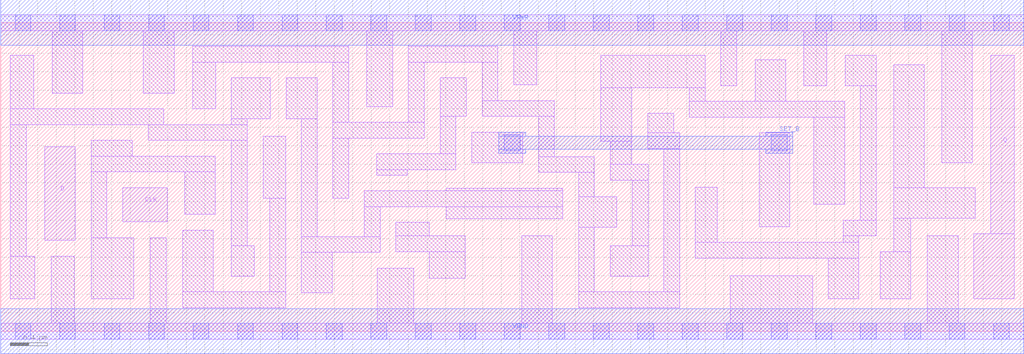
<source format=lef>
# Copyright 2020 The SkyWater PDK Authors
#
# Licensed under the Apache License, Version 2.0 (the "License");
# you may not use this file except in compliance with the License.
# You may obtain a copy of the License at
#
#     https://www.apache.org/licenses/LICENSE-2.0
#
# Unless required by applicable law or agreed to in writing, software
# distributed under the License is distributed on an "AS IS" BASIS,
# WITHOUT WARRANTIES OR CONDITIONS OF ANY KIND, either express or implied.
# See the License for the specific language governing permissions and
# limitations under the License.
#
# SPDX-License-Identifier: Apache-2.0

VERSION 5.5 ;
NAMESCASESENSITIVE ON ;
BUSBITCHARS "[]" ;
DIVIDERCHAR "/" ;
MACRO sky130_fd_sc_ls__dfstp_1
  CLASS CORE ;
  SOURCE USER ;
  ORIGIN  0.000000  0.000000 ;
  SIZE  11.04000 BY  3.330000 ;
  SYMMETRY X Y ;
  SITE unit ;
  PIN D
    ANTENNAGATEAREA  0.126000 ;
    DIRECTION INPUT ;
    USE SIGNAL ;
    PORT
      LAYER li1 ;
        RECT 0.475000 0.980000 0.805000 1.990000 ;
    END
  END D
  PIN Q
    ANTENNADIFFAREA  0.530100 ;
    DIRECTION OUTPUT ;
    USE SIGNAL ;
    PORT
      LAYER li1 ;
        RECT 10.500000 0.350000 10.935000 1.050000 ;
        RECT 10.685000 1.050000 10.935000 2.980000 ;
    END
  END Q
  PIN SET_B
    ANTENNAPARTIALMETALSIDEAREA  2.205000 ;
    DIRECTION INPUT ;
    USE SIGNAL ;
    PORT
      LAYER met1 ;
        RECT 5.375000 1.920000 5.665000 1.965000 ;
        RECT 5.375000 1.965000 8.545000 2.105000 ;
        RECT 5.375000 2.105000 5.665000 2.150000 ;
        RECT 8.255000 1.920000 8.545000 1.965000 ;
        RECT 8.255000 2.105000 8.545000 2.150000 ;
    END
  END SET_B
  PIN CLK
    ANTENNAGATEAREA  0.279000 ;
    DIRECTION INPUT ;
    USE CLOCK ;
    PORT
      LAYER li1 ;
        RECT 1.315000 1.180000 1.795000 1.550000 ;
    END
  END CLK
  PIN VGND
    DIRECTION INOUT ;
    SHAPE ABUTMENT ;
    USE GROUND ;
    PORT
      LAYER met1 ;
        RECT 0.000000 -0.245000 11.040000 0.245000 ;
    END
  END VGND
  PIN VPWR
    DIRECTION INOUT ;
    SHAPE ABUTMENT ;
    USE POWER ;
    PORT
      LAYER met1 ;
        RECT 0.000000 3.085000 11.040000 3.575000 ;
    END
  END VPWR
  OBS
    LAYER li1 ;
      RECT  0.000000 -0.085000 11.040000 0.085000 ;
      RECT  0.000000  3.245000 11.040000 3.415000 ;
      RECT  0.105000  0.350000  0.365000 0.810000 ;
      RECT  0.105000  0.810000  0.275000 2.230000 ;
      RECT  0.105000  2.230000  1.760000 2.400000 ;
      RECT  0.105000  2.400000  0.355000 2.980000 ;
      RECT  0.545000  0.085000  0.795000 0.810000 ;
      RECT  0.555000  2.570000  0.885000 3.245000 ;
      RECT  0.975000  0.350000  1.435000 1.010000 ;
      RECT  0.975000  1.010000  1.145000 1.720000 ;
      RECT  0.975000  1.720000  2.315000 1.890000 ;
      RECT  0.975000  1.890000  1.420000 2.060000 ;
      RECT  1.540000  2.570000  1.870000 3.245000 ;
      RECT  1.590000  2.060000  2.660000 2.230000 ;
      RECT  1.615000  0.085000  1.785000 1.010000 ;
      RECT  1.965000  0.255000  3.075000 0.425000 ;
      RECT  1.965000  0.425000  2.295000 1.090000 ;
      RECT  1.985000  1.260000  2.315000 1.720000 ;
      RECT  2.070000  2.400000  2.320000 2.905000 ;
      RECT  2.070000  2.905000  3.755000 3.075000 ;
      RECT  2.485000  0.595000  2.735000 0.925000 ;
      RECT  2.485000  0.925000  2.660000 2.060000 ;
      RECT  2.490000  2.230000  2.660000 2.295000 ;
      RECT  2.490000  2.295000  2.910000 2.735000 ;
      RECT  2.830000  1.435000  3.075000 2.105000 ;
      RECT  2.905000  0.425000  3.075000 1.435000 ;
      RECT  3.080000  2.295000  3.415000 2.735000 ;
      RECT  3.245000  0.415000  3.575000 0.850000 ;
      RECT  3.245000  0.850000  4.095000 1.020000 ;
      RECT  3.245000  1.020000  3.415000 2.295000 ;
      RECT  3.585000  1.435000  3.755000 2.085000 ;
      RECT  3.585000  2.085000  4.570000 2.255000 ;
      RECT  3.585000  2.255000  3.755000 2.905000 ;
      RECT  3.925000  1.020000  4.095000 1.345000 ;
      RECT  3.925000  1.345000  6.065000 1.515000 ;
      RECT  3.950000  2.425000  4.230000 3.245000 ;
      RECT  4.055000  1.685000  4.385000 1.745000 ;
      RECT  4.055000  1.745000  4.910000 1.915000 ;
      RECT  4.065000  0.085000  4.455000 0.680000 ;
      RECT  4.265000  0.860000  5.010000 1.030000 ;
      RECT  4.265000  1.030000  4.625000 1.175000 ;
      RECT  4.400000  2.255000  4.570000 2.905000 ;
      RECT  4.400000  2.905000  5.365000 3.075000 ;
      RECT  4.625000  0.570000  5.010000 0.860000 ;
      RECT  4.740000  1.915000  4.910000 2.320000 ;
      RECT  4.740000  2.320000  5.025000 2.735000 ;
      RECT  4.805000  1.215000  6.065000 1.345000 ;
      RECT  4.805000  1.515000  6.065000 1.545000 ;
      RECT  5.080000  1.820000  5.635000 2.150000 ;
      RECT  5.195000  2.320000  5.975000 2.490000 ;
      RECT  5.195000  2.490000  5.365000 2.905000 ;
      RECT  5.535000  2.660000  5.785000 3.245000 ;
      RECT  5.620000  0.085000  5.950000 1.030000 ;
      RECT  5.805000  1.715000  6.405000 1.885000 ;
      RECT  5.805000  1.885000  5.975000 2.320000 ;
      RECT  6.235000  0.255000  7.325000 0.425000 ;
      RECT  6.235000  0.425000  6.405000 1.120000 ;
      RECT  6.235000  1.120000  6.645000 1.450000 ;
      RECT  6.235000  1.450000  6.405000 1.715000 ;
      RECT  6.475000  2.050000  6.810000 2.625000 ;
      RECT  6.475000  2.625000  7.600000 2.980000 ;
      RECT  6.575000  0.595000  6.985000 0.925000 ;
      RECT  6.575000  1.630000  6.985000 1.800000 ;
      RECT  6.575000  1.800000  6.810000 2.050000 ;
      RECT  6.815000  0.925000  6.985000 1.630000 ;
      RECT  6.980000  1.970000  7.325000 2.140000 ;
      RECT  6.980000  2.140000  7.260000 2.355000 ;
      RECT  7.155000  0.425000  7.325000 1.970000 ;
      RECT  7.430000  2.310000  9.105000 2.480000 ;
      RECT  7.430000  2.480000  7.600000 2.625000 ;
      RECT  7.495000  0.790000  9.260000 0.960000 ;
      RECT  7.495000  0.960000  7.730000 1.555000 ;
      RECT  7.770000  2.650000  7.940000 3.245000 ;
      RECT  7.870000  0.085000  8.760000 0.600000 ;
      RECT  8.140000  2.480000  8.470000 2.930000 ;
      RECT  8.185000  1.130000  8.515000 2.140000 ;
      RECT  8.665000  2.650000  8.915000 3.245000 ;
      RECT  8.775000  1.370000  9.105000 2.310000 ;
      RECT  8.930000  0.350000  9.260000 0.790000 ;
      RECT  9.090000  0.960000  9.260000 1.030000 ;
      RECT  9.090000  1.030000  9.445000 1.200000 ;
      RECT  9.115000  2.650000  9.445000 2.980000 ;
      RECT  9.275000  1.200000  9.445000 2.650000 ;
      RECT  9.490000  0.350000  9.820000 0.860000 ;
      RECT  9.635000  0.860000  9.820000 1.220000 ;
      RECT  9.635000  1.220000 10.515000 1.550000 ;
      RECT  9.635000  1.550000  9.965000 2.875000 ;
      RECT 10.000000  0.085000 10.330000 1.030000 ;
      RECT 10.155000  1.820000 10.485000 3.245000 ;
    LAYER mcon ;
      RECT  0.155000 -0.085000  0.325000 0.085000 ;
      RECT  0.155000  3.245000  0.325000 3.415000 ;
      RECT  0.635000 -0.085000  0.805000 0.085000 ;
      RECT  0.635000  3.245000  0.805000 3.415000 ;
      RECT  1.115000 -0.085000  1.285000 0.085000 ;
      RECT  1.115000  3.245000  1.285000 3.415000 ;
      RECT  1.595000 -0.085000  1.765000 0.085000 ;
      RECT  1.595000  3.245000  1.765000 3.415000 ;
      RECT  2.075000 -0.085000  2.245000 0.085000 ;
      RECT  2.075000  3.245000  2.245000 3.415000 ;
      RECT  2.555000 -0.085000  2.725000 0.085000 ;
      RECT  2.555000  3.245000  2.725000 3.415000 ;
      RECT  3.035000 -0.085000  3.205000 0.085000 ;
      RECT  3.035000  3.245000  3.205000 3.415000 ;
      RECT  3.515000 -0.085000  3.685000 0.085000 ;
      RECT  3.515000  3.245000  3.685000 3.415000 ;
      RECT  3.995000 -0.085000  4.165000 0.085000 ;
      RECT  3.995000  3.245000  4.165000 3.415000 ;
      RECT  4.475000 -0.085000  4.645000 0.085000 ;
      RECT  4.475000  3.245000  4.645000 3.415000 ;
      RECT  4.955000 -0.085000  5.125000 0.085000 ;
      RECT  4.955000  3.245000  5.125000 3.415000 ;
      RECT  5.435000 -0.085000  5.605000 0.085000 ;
      RECT  5.435000  1.950000  5.605000 2.120000 ;
      RECT  5.435000  3.245000  5.605000 3.415000 ;
      RECT  5.915000 -0.085000  6.085000 0.085000 ;
      RECT  5.915000  3.245000  6.085000 3.415000 ;
      RECT  6.395000 -0.085000  6.565000 0.085000 ;
      RECT  6.395000  3.245000  6.565000 3.415000 ;
      RECT  6.875000 -0.085000  7.045000 0.085000 ;
      RECT  6.875000  3.245000  7.045000 3.415000 ;
      RECT  7.355000 -0.085000  7.525000 0.085000 ;
      RECT  7.355000  3.245000  7.525000 3.415000 ;
      RECT  7.835000 -0.085000  8.005000 0.085000 ;
      RECT  7.835000  3.245000  8.005000 3.415000 ;
      RECT  8.315000 -0.085000  8.485000 0.085000 ;
      RECT  8.315000  1.950000  8.485000 2.120000 ;
      RECT  8.315000  3.245000  8.485000 3.415000 ;
      RECT  8.795000 -0.085000  8.965000 0.085000 ;
      RECT  8.795000  3.245000  8.965000 3.415000 ;
      RECT  9.275000 -0.085000  9.445000 0.085000 ;
      RECT  9.275000  3.245000  9.445000 3.415000 ;
      RECT  9.755000 -0.085000  9.925000 0.085000 ;
      RECT  9.755000  3.245000  9.925000 3.415000 ;
      RECT 10.235000 -0.085000 10.405000 0.085000 ;
      RECT 10.235000  3.245000 10.405000 3.415000 ;
      RECT 10.715000 -0.085000 10.885000 0.085000 ;
      RECT 10.715000  3.245000 10.885000 3.415000 ;
  END
END sky130_fd_sc_ls__dfstp_1

</source>
